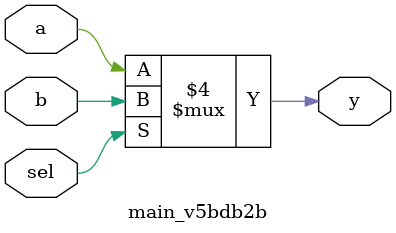
<source format=v>

`default_nettype none

module main (
 input v19efa7,
 input vcb932c,
 input v4fef41,
 output v7630c3,
 output [0:4] vinit
);
 wire w0;
 wire w1;
 wire w2;
 wire w3;
 assign w0 = v19efa7;
 assign w1 = vcb932c;
 assign v7630c3 = w2;
 assign w3 = v4fef41;
 main_v5bdb2b v5bdb2b (
  .a(w0),
  .b(w1),
  .y(w2),
  .sel(w3)
 );
 assign vinit = 5'b00000;
endmodule

module main_v5bdb2b (
 input a,
 input b,
 input sel,
 output y
);
 
 reg y;
 
 always @(a or b or sel)
 begin
   y=0;
   if(sel==0) y=a;
   else y=b;
 end
 
endmodule

</source>
